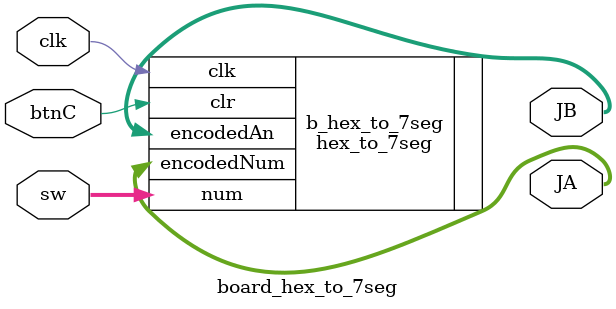
<source format=v>
`timescale 1ns / 1ps

module board_hex_to_7seg (input clk,
                          input [15:0] sw,
                          input btnC,
                          output[6:0]JA,
                          output [3:0] JB); //uncomment and comment above line when it's PMOD time
    
    
    hex_to_7seg   b_hex_to_7seg (
    .clk(clk),
    .clr(btnC),
    .num(sw),
    //    .encodedAn(an),.encodedNum(seg)
    .encodedAn(JB),.encodedNum(JA) //uncomment and comment above line when it's PMOD time
    );
endmodule

</source>
